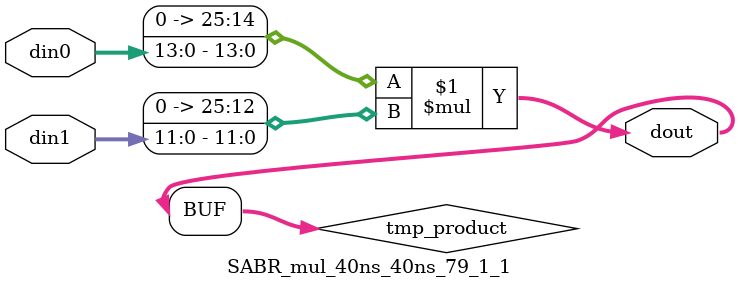
<source format=v>

`timescale 1 ns / 1 ps

 module SABR_mul_40ns_40ns_79_1_1(din0, din1, dout);
parameter ID = 1;
parameter NUM_STAGE = 0;
parameter din0_WIDTH = 14;
parameter din1_WIDTH = 12;
parameter dout_WIDTH = 26;

input [din0_WIDTH - 1 : 0] din0; 
input [din1_WIDTH - 1 : 0] din1; 
output [dout_WIDTH - 1 : 0] dout;

wire signed [dout_WIDTH - 1 : 0] tmp_product;
























assign tmp_product = $signed({1'b0, din0}) * $signed({1'b0, din1});











assign dout = tmp_product;





















endmodule

</source>
